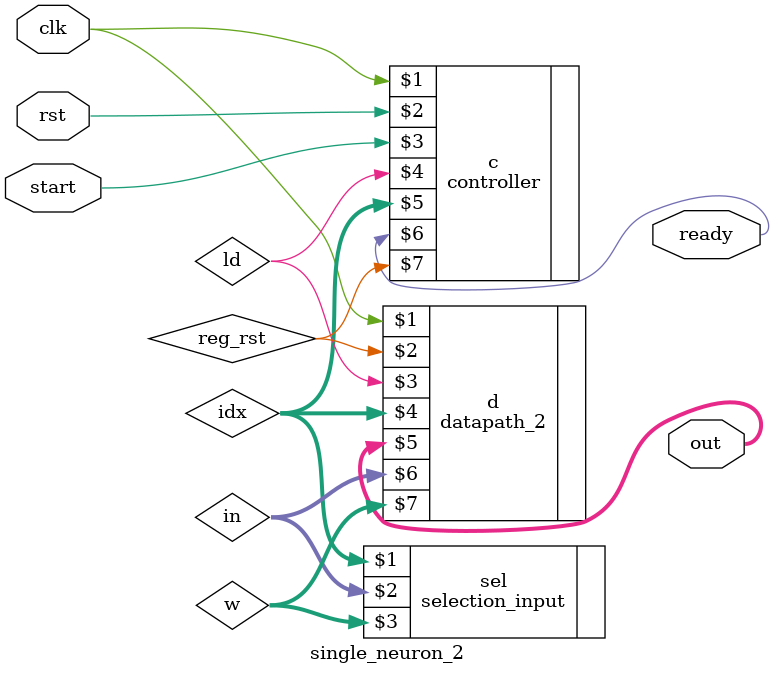
<source format=v>
`timescale 1ns / 1ps

module single_neuron_2 #(parameter N = 10, parameter DW = 8)
    (clk, rst, start, out, ready);
	
    input clk, rst, start;
	output ready;
	output [15:0] out;
	
	wire ld, reg_rst;
	wire [15:0] idx;

    wire [7:0] in, w;

    selection_input sel(idx, in, w);

	datapath_2 #(N) d (clk, reg_rst, ld, idx, out, in, w);
	 
	controller #(N) c (clk, rst, start, ld, idx, ready, reg_rst);

endmodule

</source>
